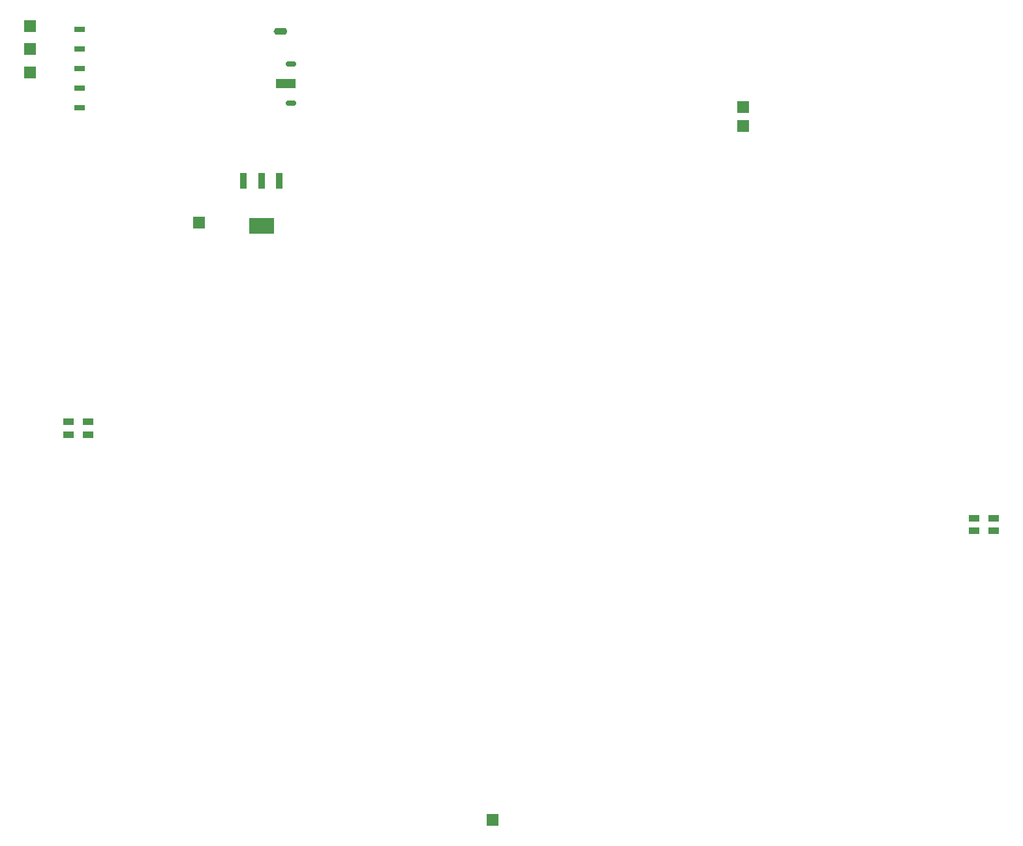
<source format=gbp>
G04*
G04 #@! TF.GenerationSoftware,Altium Limited,Altium Designer,22.10.1 (41)*
G04*
G04 Layer_Color=128*
%FSLAX25Y25*%
%MOIN*%
G70*
G04*
G04 #@! TF.SameCoordinates,44C76E85-51F2-408D-B631-529058D5D606*
G04*
G04*
G04 #@! TF.FilePolarity,Positive*
G04*
G01*
G75*
%ADD33R,0.03543X0.08465*%
%ADD34R,0.12795X0.08465*%
%ADD35R,0.05906X0.05906*%
%ADD36R,0.05600X0.02800*%
G04:AMPARAMS|DCode=37|XSize=70mil|YSize=36mil|CornerRadius=18mil|HoleSize=0mil|Usage=FLASHONLY|Rotation=0.000|XOffset=0mil|YOffset=0mil|HoleType=Round|Shape=RoundedRectangle|*
%AMROUNDEDRECTD37*
21,1,0.07000,0.00000,0,0,0.0*
21,1,0.03400,0.03600,0,0,0.0*
1,1,0.03600,0.01700,0.00000*
1,1,0.03600,-0.01700,0.00000*
1,1,0.03600,-0.01700,0.00000*
1,1,0.03600,0.01700,0.00000*
%
%ADD37ROUNDEDRECTD37*%
G04:AMPARAMS|DCode=38|XSize=56mil|YSize=28mil|CornerRadius=14mil|HoleSize=0mil|Usage=FLASHONLY|Rotation=0.000|XOffset=0mil|YOffset=0mil|HoleType=Round|Shape=RoundedRectangle|*
%AMROUNDEDRECTD38*
21,1,0.05600,0.00000,0,0,0.0*
21,1,0.02800,0.02800,0,0,0.0*
1,1,0.02800,0.01400,0.00000*
1,1,0.02800,-0.01400,0.00000*
1,1,0.02800,-0.01400,0.00000*
1,1,0.02800,0.01400,0.00000*
%
%ADD38ROUNDEDRECTD38*%
%ADD39R,0.10000X0.05000*%
%ADD40R,0.05315X0.03347*%
D33*
X-127126Y503642D02*
D03*
X-118110D02*
D03*
X-109095D02*
D03*
D34*
X-118110Y480610D02*
D03*
D35*
X127953Y531496D02*
D03*
Y541339D02*
D03*
X0Y177165D02*
D03*
X-236221Y559055D02*
D03*
Y570866D02*
D03*
Y582677D02*
D03*
X-150009Y482223D02*
D03*
D36*
X-210866Y540866D02*
D03*
Y550866D02*
D03*
Y560866D02*
D03*
Y570866D02*
D03*
Y580866D02*
D03*
D37*
X-108307Y579882D02*
D03*
D38*
X-102992Y543189D02*
D03*
Y563189D02*
D03*
D39*
X-105512Y553189D02*
D03*
D40*
X-216535Y374016D02*
D03*
Y380512D02*
D03*
X-206693D02*
D03*
Y374016D02*
D03*
X246063Y324803D02*
D03*
Y331299D02*
D03*
X255906D02*
D03*
Y324803D02*
D03*
M02*

</source>
